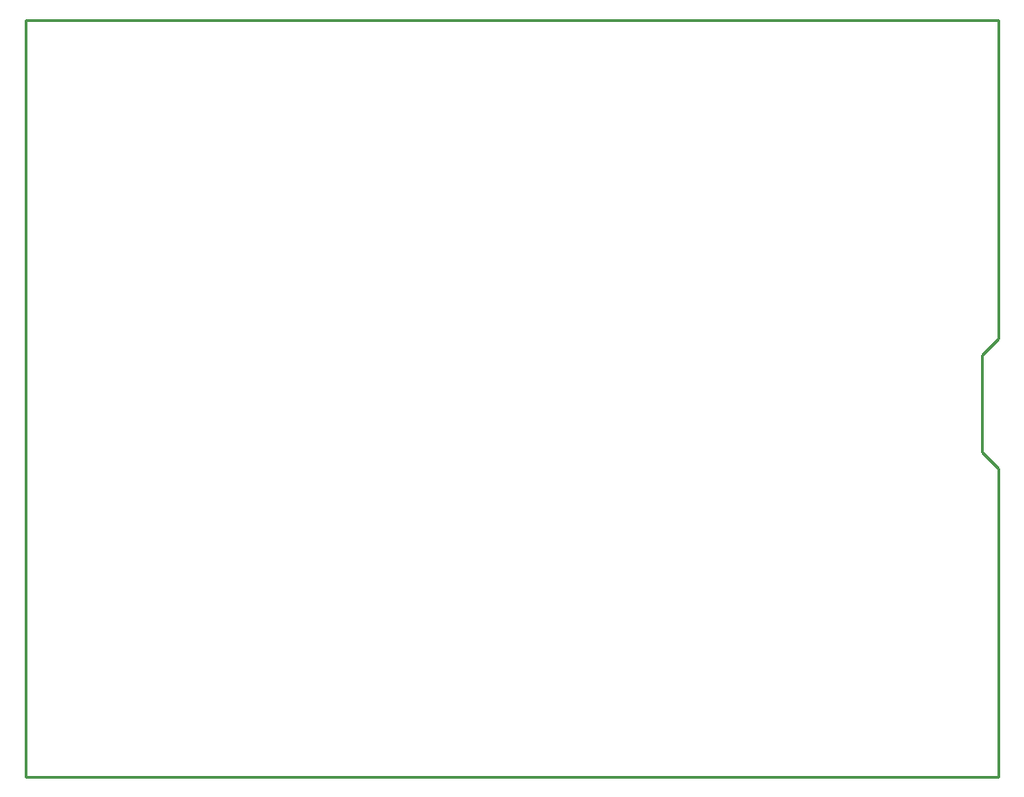
<source format=gbr>
%TF.GenerationSoftware,KiCad,Pcbnew,5.1.6-c6e7f7d~87~ubuntu18.04.1*%
%TF.CreationDate,2021-01-15T14:59:15+02:00*%
%TF.ProjectId,STMP1(A13)-SOM-EVB_Rev_B,53544d50-3128-4413-9133-292d534f4d2d,B*%
%TF.SameCoordinates,Original*%
%TF.FileFunction,Profile,NP*%
%FSLAX46Y46*%
G04 Gerber Fmt 4.6, Leading zero omitted, Abs format (unit mm)*
G04 Created by KiCad (PCBNEW 5.1.6-c6e7f7d~87~ubuntu18.04.1) date 2021-01-15 14:59:15*
%MOMM*%
%LPD*%
G01*
G04 APERTURE LIST*
%TA.AperFunction,Profile*%
%ADD10C,0.254000*%
%TD*%
G04 APERTURE END LIST*
D10*
X192000000Y-32000000D02*
X192000000Y-61500000D01*
X190500000Y-72000000D02*
X192000000Y-73500000D01*
X190500000Y-63000000D02*
X190500000Y-72000000D01*
X192000000Y-61500000D02*
X190500000Y-63000000D01*
X102000000Y-32000000D02*
X102000000Y-102000000D01*
X192000000Y-32000000D02*
X102000000Y-32000000D01*
X192000000Y-102000000D02*
X192000000Y-73500000D01*
X102000000Y-102000000D02*
X192000000Y-102000000D01*
M02*

</source>
